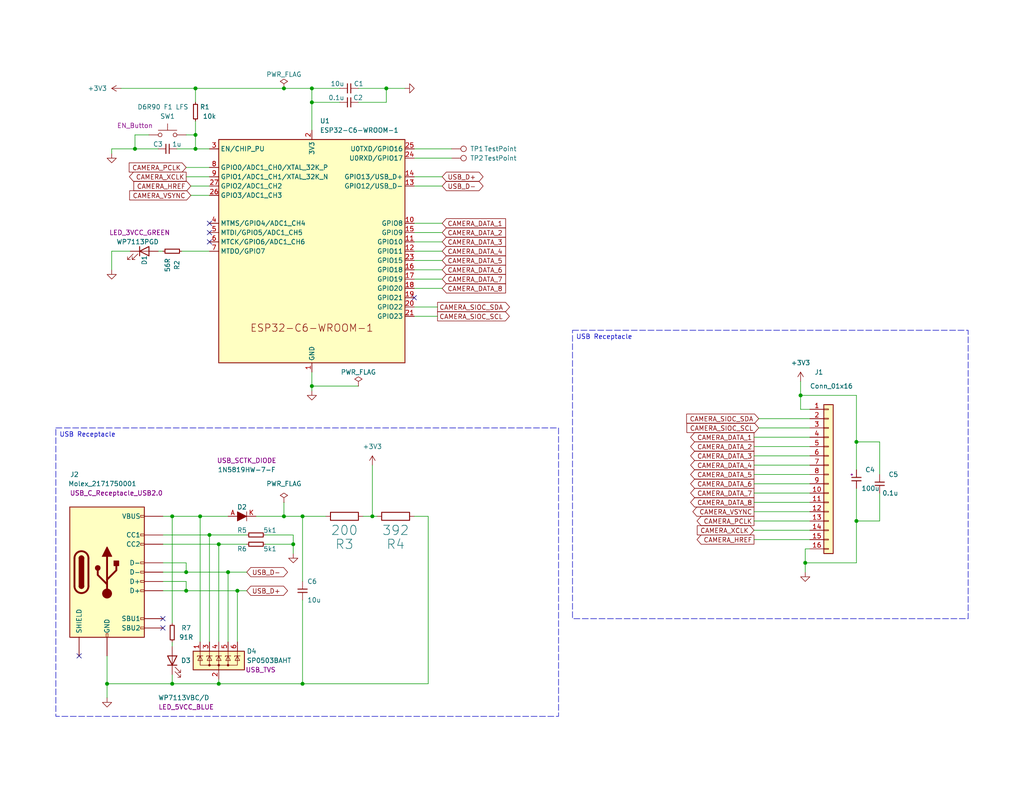
<source format=kicad_sch>
(kicad_sch (version 20230121) (generator eeschema)
  (paper "USLetter")
  (title_block (title "Camera Module PCB") (date "2024-01-30") (rev "2"))
  (lib_symbols
    (symbol "Connector:TestPoint" (pin_numbers hide) (pin_names (offset 0.762) hide)
      (property "Reference" "TP" (at 0 6.858 0))
      (property "Value" "TestPoint" (at 0 5.08 0))
      (symbol "TestPoint_0_1"
        (circle (center 0 3.302) (radius 0.762))
      )
      (symbol "TestPoint_1_1"
        (pin passive line (at 0 0 90) (length 2.54) (name "1") (number "1"))
      )
    )
    (symbol "Connector:USB_C_Receptacle_USB2.0" (pin_numbers hide) (pin_names (offset 1.016))
      (property "Reference" "J" (at -10.16 19.05 0))
      (property "Value" "USB_C_Receptacle_USB2.0" (at 19.05 19.05 0))
      (symbol "USB_C_Receptacle_USB2.0_0_0"
        (rectangle (start -0.254 -17.78) (end 0.254 -16.764))
        (rectangle (start 10.16 -14.986) (end 9.144 -15.494))
        (rectangle (start 10.16 -12.446) (end 9.144 -12.954))
        (rectangle (start 10.16 -4.826) (end 9.144 -5.334))
        (rectangle (start 10.16 -2.286) (end 9.144 -2.794))
        (rectangle (start 10.16 0.254) (end 9.144 -0.254))
        (rectangle (start 10.16 2.794) (end 9.144 2.286))
        (rectangle (start 10.16 7.874) (end 9.144 7.366))
        (rectangle (start 10.16 10.414) (end 9.144 9.906))
        (rectangle (start 10.16 15.494) (end 9.144 14.986))
      )
      (symbol "USB_C_Receptacle_USB2.0_0_1"
        (rectangle (start -10.16 17.78) (end 10.16 -17.78) (stroke (width 0.254)) (fill (type background)))
        (arc (start -8.89 -3.81) (mid -6.985 -5.7067) (end -5.08 -3.81) (stroke (width 0.508)))
        (arc (start -7.62 -3.81) (mid -6.985 -4.4423) (end -6.35 -3.81) (stroke (width 0.254)))
        (arc (start -7.62 -3.81) (mid -6.985 -4.4423) (end -6.35 -3.81) (stroke (width 0.254)) (fill (type outline)))
        (rectangle (start -7.62 -3.81) (end -6.35 3.81) (stroke (width 0.254)) (fill (type outline)))
        (arc (start -6.35 3.81) (mid -6.985 4.4423) (end -7.62 3.81) (stroke (width 0.254)))
        (arc (start -6.35 3.81) (mid -6.985 4.4423) (end -7.62 3.81) (stroke (width 0.254)) (fill (type outline)))
        (arc (start -5.08 3.81) (mid -6.985 5.7067) (end -8.89 3.81) (stroke (width 0.508)))
        (circle (center -2.54 1.143) (radius 0.635) (stroke (width 0.254)) (fill (type outline)))
        (circle (center 0 -5.842) (radius 1.27) (fill (type outline)))
        (polyline (pts (xy -8.89 -3.81) (xy -8.89 3.81)) (stroke (width 0.508)))
        (polyline (pts (xy -5.08 3.81) (xy -5.08 -3.81)) (stroke (width 0.508)))
        (polyline (pts (xy 0 -5.842) (xy 0 4.318)) (stroke (width 0.508)))
        (polyline (pts (xy 0 -3.302) (xy -2.54 -0.762) (xy -2.54 0.508)) (stroke (width 0.508)))
        (polyline (pts (xy 0 -2.032) (xy 2.54 0.508) (xy 2.54 1.778)) (stroke (width 0.508)))
        (polyline (pts (xy -1.27 4.318) (xy 0 6.858) (xy 1.27 4.318) (xy -1.27 4.318)) (stroke (width 0.254)) (fill (type outline)))
        (rectangle (start 1.905 1.778) (end 3.175 3.048) (stroke (width 0.254)) (fill (type outline)))
      )
      (symbol "USB_C_Receptacle_USB2.0_1_1"
        (pin passive line (at 0 -22.86 90) (length 5.08) (name "GND") (number "A1"))
        (pin passive line (at 0 -22.86 90) (length 5.08) hide (name "GND") (number "A12"))
        (pin passive line (at 15.24 15.24 180) (length 5.08) (name "VBUS") (number "A4"))
        (pin bidirectional line (at 15.24 10.16 180) (length 5.08) (name "CC1") (number "A5"))
        (pin bidirectional line (at 15.24 -2.54 180) (length 5.08) (name "D+") (number "A6"))
        (pin bidirectional line (at 15.24 2.54 180) (length 5.08) (name "D-") (number "A7"))
        (pin bidirectional line (at 15.24 -12.7 180) (length 5.08) (name "SBU1") (number "A8"))
        (pin passive line (at 15.24 15.24 180) (length 5.08) hide (name "VBUS") (number "A9"))
        (pin passive line (at 0 -22.86 90) (length 5.08) hide (name "GND") (number "B1"))
        (pin passive line (at 0 -22.86 90) (length 5.08) hide (name "GND") (number "B12"))
        (pin passive line (at 15.24 15.24 180) (length 5.08) hide (name "VBUS") (number "B4"))
        (pin bidirectional line (at 15.24 7.62 180) (length 5.08) (name "CC2") (number "B5"))
        (pin bidirectional line (at 15.24 -5.08 180) (length 5.08) (name "D+") (number "B6"))
        (pin bidirectional line (at 15.24 0 180) (length 5.08) (name "D-") (number "B7"))
        (pin bidirectional line (at 15.24 -15.24 180) (length 5.08) (name "SBU2") (number "B8"))
        (pin passive line (at 15.24 15.24 180) (length 5.08) hide (name "VBUS") (number "B9"))
        (pin passive line (at -7.62 -22.86 90) (length 5.08) (name "SHIELD") (number "S1"))
      )
    )
    (symbol "Connector_Generic:Conn_01x16" (pin_names (offset 1.016) hide)
      (property "Reference" "J" (at 0 20.32 0))
      (property "Value" "Conn_01x16" (at 0 -22.86 0))
      (symbol "Conn_01x16_1_1"
        (rectangle (start -1.27 -20.193) (end 0 -20.447) (stroke (width 0.1524)))
        (rectangle (start -1.27 -17.653) (end 0 -17.907) (stroke (width 0.1524)))
        (rectangle (start -1.27 -15.113) (end 0 -15.367) (stroke (width 0.1524)))
        (rectangle (start -1.27 -12.573) (end 0 -12.827) (stroke (width 0.1524)))
        (rectangle (start -1.27 -10.033) (end 0 -10.287) (stroke (width 0.1524)))
        (rectangle (start -1.27 -7.493) (end 0 -7.747) (stroke (width 0.1524)))
        (rectangle (start -1.27 -4.953) (end 0 -5.207) (stroke (width 0.1524)))
        (rectangle (start -1.27 -2.413) (end 0 -2.667) (stroke (width 0.1524)))
        (rectangle (start -1.27 0.127) (end 0 -0.127) (stroke (width 0.1524)))
        (rectangle (start -1.27 2.667) (end 0 2.413) (stroke (width 0.1524)))
        (rectangle (start -1.27 5.207) (end 0 4.953) (stroke (width 0.1524)))
        (rectangle (start -1.27 7.747) (end 0 7.493) (stroke (width 0.1524)))
        (rectangle (start -1.27 10.287) (end 0 10.033) (stroke (width 0.1524)))
        (rectangle (start -1.27 12.827) (end 0 12.573) (stroke (width 0.1524)))
        (rectangle (start -1.27 15.367) (end 0 15.113) (stroke (width 0.1524)))
        (rectangle (start -1.27 17.907) (end 0 17.653) (stroke (width 0.1524)))
        (rectangle (start -1.27 19.05) (end 1.27 -21.59) (stroke (width 0.254)) (fill (type background)))
        (pin passive line (at -5.08 17.78 0) (length 3.81) (name "Pin_1") (number "1"))
        (pin passive line (at -5.08 -5.08 0) (length 3.81) (name "Pin_10") (number "10"))
        (pin passive line (at -5.08 -7.62 0) (length 3.81) (name "Pin_11") (number "11"))
        (pin passive line (at -5.08 -10.16 0) (length 3.81) (name "Pin_12") (number "12"))
        (pin passive line (at -5.08 -12.7 0) (length 3.81) (name "Pin_13") (number "13"))
        (pin passive line (at -5.08 -15.24 0) (length 3.81) (name "Pin_14") (number "14"))
        (pin passive line (at -5.08 -17.78 0) (length 3.81) (name "Pin_15") (number "15"))
        (pin passive line (at -5.08 -20.32 0) (length 3.81) (name "Pin_16") (number "16"))
        (pin passive line (at -5.08 15.24 0) (length 3.81) (name "Pin_2") (number "2"))
        (pin passive line (at -5.08 12.7 0) (length 3.81) (name "Pin_3") (number "3"))
        (pin passive line (at -5.08 10.16 0) (length 3.81) (name "Pin_4") (number "4"))
        (pin passive line (at -5.08 7.62 0) (length 3.81) (name "Pin_5") (number "5"))
        (pin passive line (at -5.08 5.08 0) (length 3.81) (name "Pin_6") (number "6"))
        (pin passive line (at -5.08 2.54 0) (length 3.81) (name "Pin_7") (number "7"))
        (pin passive line (at -5.08 0 0) (length 3.81) (name "Pin_8") (number "8"))
        (pin passive line (at -5.08 -2.54 0) (length 3.81) (name "Pin_9") (number "9"))
      )
    )
    (symbol "Device:LED" (pin_numbers hide) (pin_names (offset 1.016) hide)
      (property "Reference" "D" (at 0 2.54 0))
      (property "Value" "LED" (at 0 -2.54 0))
      (symbol "LED_0_1"
        (polyline (pts (xy -1.27 -1.27) (xy -1.27 1.27)) (stroke (width 0.254)))
        (polyline (pts (xy -1.27 0) (xy 1.27 0)))
        (polyline (pts (xy 1.27 -1.27) (xy 1.27 1.27) (xy -1.27 0) (xy 1.27 -1.27)) (stroke (width 0.254)))
        (polyline (pts (xy -3.048 -0.762) (xy -4.572 -2.286) (xy -3.81 -2.286) (xy -4.572 -2.286) (xy -4.572 -1.524)))
        (polyline (pts (xy -1.778 -0.762) (xy -3.302 -2.286) (xy -2.54 -2.286) (xy -3.302 -2.286) (xy -3.302 -1.524)))
      )
      (symbol "LED_1_1"
        (pin passive line (at -3.81 0 0) (length 2.54) (name "K") (number "1"))
        (pin passive line (at 3.81 0 180) (length 2.54) (name "A") (number "2"))
      )
    )
    (symbol "GND_7" (power) (pin_numbers hide) (pin_names (offset 0) hide)
      (property "Value" "GND_7" (at 0 -3.81 0))
      (symbol "GND_7_0_1"
        (polyline (pts (xy 0 0) (xy 0 -1.27) (xy 1.27 -1.27) (xy 0 -2.54) (xy -1.27 -1.27) (xy 0 -1.27)))
      )
      (symbol "GND_7_1_1"
        (pin power_in line (at 0 0 270) (length 0) hide (name "GND") (number "1"))
      )
    )
    (symbol "PCM_Espressif:ESP32-C6-WROOM-1"
      (property "Reference" "U" (at -25.4 35.56 0))
      (property "Value" "ESP32-C6-WROOM-1" (at -25.4 33.02 0))
      (symbol "ESP32-C6-WROOM-1_0_0"
        (text "ESP32-C6-WROOM-1" (at 0 -20.955 0) (effects (font (size 2 2))))
      )
      (symbol "ESP32-C6-WROOM-1_0_1"
        (rectangle (start -25.4 30.48) (end 25.4 -30.48) (stroke (width 0.254)) (fill (type background)))
      )
      (symbol "ESP32-C6-WROOM-1_1_1"
        (pin power_in line (at 0 -33.02 90) (length 2.54) (name "GND") (number "1"))
        (pin bidirectional line (at 27.94 7.62 180) (length 2.54) (name "GPIO8") (number "10"))
        (pin bidirectional line (at 27.94 2.54 180) (length 2.54) (name "GPIO10") (number "11"))
        (pin bidirectional line (at 27.94 0 180) (length 2.54) (name "GPIO11") (number "12"))
        (pin bidirectional line (at 27.94 17.78 180) (length 2.54) (name "GPIO12/USB_D-") (number "13"))
        (pin bidirectional line (at 27.94 20.32 180) (length 2.54) (name "GPIO13/USB_D+") (number "14"))
        (pin bidirectional line (at 27.94 5.08 180) (length 2.54) (name "GPIO9") (number "15"))
        (pin bidirectional line (at 27.94 -5.08 180) (length 2.54) (name "GPIO18") (number "16"))
        (pin bidirectional line (at 27.94 -7.62 180) (length 2.54) (name "GPIO19") (number "17"))
        (pin bidirectional line (at 27.94 -10.16 180) (length 2.54) (name "GPIO20") (number "18"))
        (pin bidirectional line (at 27.94 -12.7 180) (length 2.54) (name "GPIO21") (number "19"))
        (pin power_in line (at 0 33.02 270) (length 2.54) (name "3V3") (number "2"))
        (pin bidirectional line (at 27.94 -15.24 180) (length 2.54) (name "GPIO22") (number "20"))
        (pin bidirectional line (at 27.94 -17.78 180) (length 2.54) (name "GPIO23") (number "21"))
        (pin no_connect line (at -25.4 -12.7 0) (length 2.54) hide (name "NC") (number "22"))
        (pin bidirectional line (at 27.94 -2.54 180) (length 2.54) (name "GPIO15") (number "23"))
        (pin bidirectional line (at 27.94 25.4 180) (length 2.54) (name "U0RXD/GPIO17") (number "24"))
        (pin bidirectional line (at 27.94 27.94 180) (length 2.54) (name "U0TXD/GPIO16") (number "25"))
        (pin bidirectional line (at -27.94 15.24 0) (length 2.54) (name "GPIO3/ADC1_CH3") (number "26"))
        (pin bidirectional line (at -27.94 17.78 0) (length 2.54) (name "GPIO2/ADC1_CH2") (number "27"))
        (pin passive line (at 0 -33.02 90) (length 2.54) hide (name "GND") (number "28"))
        (pin passive line (at 0 -33.02 90) (length 2.54) hide (name "GND") (number "29"))
        (pin input line (at -27.94 27.94 0) (length 2.54) (name "EN/CHIP_PU") (number "3"))
        (pin bidirectional line (at -27.94 7.62 0) (length 2.54) (name "MTMS/GPIO4/ADC1_CH4") (number "4"))
        (pin bidirectional line (at -27.94 5.08 0) (length 2.54) (name "MTDI/GPIO5/ADC1_CH5") (number "5"))
        (pin bidirectional line (at -27.94 2.54 0) (length 2.54) (name "MTCK/GPIO6/ADC1_CH6") (number "6"))
        (pin bidirectional line (at -27.94 0 0) (length 2.54) (name "MTDO/GPIO7") (number "7"))
        (pin bidirectional line (at -27.94 22.86 0) (length 2.54) (name "GPIO0/ADC1_CH0/XTAL_32K_P") (number "8"))
        (pin bidirectional line (at -27.94 20.32 0) (length 2.54) (name "GPIO1/ADC1_CH1/XTAL_32K_N") (number "9"))
      )
    )
    (symbol "PCM_Generic-50:C,IEC" (pin_numbers hide) (pin_names (offset 0) hide)
      (property "Reference" "C" (at 1.27 1.27 0))
      (property "Value" "C,IEC" (at 1.27 -1.27 0))
      (property "Indicator" "+" (at -1.27 1.27 0))
      (symbol "C,IEC_1_1"
        (polyline (pts (xy -1.27 -0.4572) (xy 1.27 -0.4572)) (stroke (width 0.254)))
        (polyline (pts (xy -1.27 0.4572) (xy 1.27 0.4572)) (stroke (width 0.254)))
        (pin passive line (at 0 2.54 270) (length 2.0828) (name "+") (number "1"))
        (pin passive line (at 0 -2.54 90) (length 2.0828) (name "-") (number "2"))
      )
    )
    (symbol "PCM_Generic-50:R,IEC" (pin_numbers hide) (pin_names (offset 0) hide)
      (property "Reference" "R" (at 1.27 1.27 0))
      (property "Value" "R,IEC" (at 1.27 -1.27 0))
      (symbol "R,IEC_1_1"
        (rectangle (start -0.5588 1.9812) (end 0.5588 -1.9812) (stroke (width 0.254)))
        (pin passive line (at 0 2.54 270) (length 0.5588) (name "+") (number "1"))
        (pin passive line (at 0 -2.54 90) (length 0.5588) (name "-") (number "2"))
      )
    )
    (symbol "PCM_Generic:R,IEC" (pin_numbers hide) (pin_names (offset 0) hide)
      (property "Reference" "R" (at 2.54 2.54 0))
      (property "Value" "R,IEC" (at 2.54 -2.54 0))
      (symbol "R,IEC_1_1"
        (rectangle (start -1.0922 3.81) (end 1.0922 -3.81) (stroke (width 0.254)))
        (pin passive line (at 0 5.08 270) (length 1.27) (name "+") (number "1"))
        (pin passive line (at 0 -5.08 90) (length 1.27) (name "-") (number "2"))
      )
    )
    (symbol "Power_Protection:SP0505BAHT" (pin_names hide)
      (property "Reference" "D" (at 7.62 2.54 0))
      (property "Value" "SP0505BAHT" (at 7.62 0.635 0))
      (symbol "SP0505BAHT_0_0"
        (pin passive line (at 0 -5.08 90) (length 2.54) (name "A") (number "2"))
      )
      (symbol "SP0505BAHT_0_1"
        (rectangle (start -6.985 2.54) (end 6.985 -2.54) (stroke (width 0.254)) (fill (type background)))
        (circle (center -2.54 -1.27) (radius 0.254) (fill (type outline)))
        (circle (center 0 -1.27) (radius 0.254) (fill (type outline)))
        (polyline (pts (xy -5.08 2.54) (xy -5.08 1.27)))
        (polyline (pts (xy -2.54 2.54) (xy -2.54 1.27)))
        (polyline (pts (xy 0 -1.27) (xy 0 -2.54)))
        (polyline (pts (xy 0 -1.27) (xy 0 1.27)))
        (polyline (pts (xy 0 2.54) (xy 0 1.27)))
        (polyline (pts (xy 0.635 1.27) (xy 0.762 1.27)))
        (polyline (pts (xy 2.54 2.54) (xy 2.54 1.27)))
        (polyline (pts (xy 5.08 2.54) (xy 5.08 1.27)))
        (polyline (pts (xy -5.08 1.27) (xy -5.08 -1.27) (xy -2.54 -1.27)))
        (polyline (pts (xy 0.635 1.27) (xy -0.762 1.27) (xy -0.762 1.016)))
        (polyline (pts (xy 5.08 1.27) (xy 5.08 -1.27) (xy 2.54 -1.27)))
        (polyline (pts (xy -5.842 1.016) (xy -5.842 1.27) (xy -4.445 1.27) (xy -4.318 1.27)))
        (polyline (pts (xy -5.08 1.27) (xy -4.445 0) (xy -5.715 0) (xy -5.08 1.27)))
        (polyline (pts (xy -3.302 1.016) (xy -3.302 1.27) (xy -1.905 1.27) (xy -1.778 1.27)))
        (polyline (pts (xy -2.54 1.27) (xy -2.54 -1.27) (xy 2.54 -1.27) (xy 2.54 1.27)))
        (polyline (pts (xy -2.54 1.27) (xy -1.905 0) (xy -3.175 0) (xy -2.54 1.27)))
        (polyline (pts (xy 0.635 0) (xy -0.635 0) (xy 0 1.27) (xy 0.635 0)))
        (polyline (pts (xy 1.778 1.016) (xy 1.778 1.27) (xy 3.175 1.27) (xy 3.302 1.27)))
        (polyline (pts (xy 2.54 1.27) (xy 1.905 0) (xy 3.175 0) (xy 2.54 1.27)))
        (polyline (pts (xy 4.318 1.016) (xy 4.318 1.27) (xy 5.715 1.27) (xy 5.842 1.27)))
        (polyline (pts (xy 5.08 1.27) (xy 4.445 0) (xy 5.715 0) (xy 5.08 1.27)))
        (circle (center 2.54 -1.27) (radius 0.254) (fill (type outline)))
      )
      (symbol "SP0505BAHT_1_1"
        (pin passive line (at -5.08 5.08 270) (length 2.54) (name "K") (number "1"))
        (pin passive line (at -2.54 5.08 270) (length 2.54) (name "K") (number "3"))
        (pin passive line (at 0 5.08 270) (length 2.54) (name "K") (number "4"))
        (pin passive line (at 2.54 5.08 270) (length 2.54) (name "K") (number "5"))
        (pin passive line (at 5.08 5.08 270) (length 2.54) (name "K") (number "6"))
      )
    )
    (symbol "Switch:SW_Push" (pin_numbers hide) (pin_names (offset 1.016) hide)
      (property "Reference" "SW" (at 1.27 2.54 0))
      (property "Value" "SW_Push" (at 0 -1.524 0))
      (symbol "SW_Push_0_1"
        (circle (center -2.032 0) (radius 0.508))
        (polyline (pts (xy 0 1.27) (xy 0 3.048)))
        (polyline (pts (xy 2.54 1.27) (xy -2.54 1.27)))
        (circle (center 2.032 0) (radius 0.508))
        (pin passive line (at -5.08 0 0) (length 2.54) (name "1") (number "1"))
        (pin passive line (at 5.08 0 180) (length 2.54) (name "2") (number "2"))
      )
    )
    (symbol "dk_Diodes-Rectifiers-Single:1N5819HW-7-F" (pin_names (offset 1.016))
      (property "Reference" "D" (at 0 3.81 0))
      (property "Value" "1N5819HW-7-F" (at 1.27 -2.54 0))
      (symbol "1N5819HW-7-F_0_1"
        (polyline (pts (xy 0 0) (xy 2.54 0)))
        (polyline (pts (xy 0 1.27) (xy 0 -1.27)))
        (polyline (pts (xy 2.54 1.27) (xy 2.54 -1.27) (xy 0 0) (xy 2.54 1.27)) (fill (type outline)))
      )
      (symbol "1N5819HW-7-F_1_1"
        (pin passive line (at 5.08 0 180) (length 2.54) (name "~") (number "A"))
        (pin passive line (at -2.54 0 0) (length 2.54) (name "~") (number "K"))
      )
    )
    (symbol "power:+3V3" (power) (pin_numbers hide) (pin_names (offset 0) hide)
      (property "Value" "+3V3" (at 0 3.556 0))
      (symbol "+3V3_0_1"
        (polyline (pts (xy -0.762 1.27) (xy 0 2.54)))
        (polyline (pts (xy 0 0) (xy 0 2.54)))
        (polyline (pts (xy 0 2.54) (xy 0.762 1.27)))
      )
      (symbol "+3V3_1_1"
        (pin power_in line (at 0 0 90) (length 0) hide (name "+3V3") (number "1"))
      )
    )
    (symbol "power:PWR_FLAG" (power) (pin_numbers hide) (pin_names (offset 0) hide)
      (property "Value" "PWR_FLAG" (at 0 3.81 0))
      (symbol "PWR_FLAG_0_0"
        (pin power_out line (at 0 0 90) (length 0) (name "pwr") (number "1"))
      )
      (symbol "PWR_FLAG_0_1"
        (polyline (pts (xy 0 0) (xy 0 1.27) (xy -1.016 1.905) (xy 0 2.54) (xy 1.016 1.905) (xy 0 1.27)))
      )
    )
  )
  (junction (at 77.47 24.13))
  (junction (at 85.09 27.94))
  (junction (at 85.09 105.41))
  (junction (at 50.8 161.29))
  (junction (at 54.61 140.97))
  (junction (at 80.01 148.59))
  (junction (at 46.99 186.69))
  (junction (at 29.21 186.69))
  (junction (at 36.83 40.64))
  (junction (at 64.77 161.29))
  (junction (at 233.68 142.24))
  (junction (at 218.44 107.95))
  (junction (at 50.8 156.21))
  (junction (at 57.15 146.05))
  (junction (at 105.41 24.13))
  (junction (at 53.34 24.13))
  (junction (at 53.34 36.83))
  (junction (at 46.99 140.97))
  (junction (at 59.69 186.69))
  (junction (at 77.47 140.97))
  (junction (at 59.69 148.59))
  (junction (at 62.23 156.21))
  (junction (at 233.68 120.65))
  (junction (at 82.55 186.69))
  (junction (at 219.71 153.67))
  (junction (at 101.6 140.97))
  (junction (at 53.34 40.64))
  (junction (at 85.09 24.13))
  (junction (at 82.55 140.97))
  (no_connect (at 21.59 179.07))
  (no_connect (at 57.15 63.5))
  (no_connect (at 44.45 171.45))
  (no_connect (at 113.03 81.28))
  (no_connect (at 44.45 168.91))
  (no_connect (at 57.15 66.04))
  (no_connect (at 57.15 60.96))
  (wire (pts (xy 233.68 153.67) (xy 233.68 142.24)))
  (wire (pts (xy 99.06 140.97) (xy 101.6 140.97)))
  (wire (pts (xy 101.6 140.97) (xy 102.87 140.97)))
  (wire (pts (xy 105.41 24.13) (xy 97.79 24.13)))
  (wire (pts (xy 113.03 48.26) (xy 120.65 48.26)))
  (wire (pts (xy 30.48 68.58) (xy 30.48 73.66)))
  (wire (pts (xy 233.68 120.65) (xy 233.68 107.95)))
  (wire (pts (xy 240.03 142.24) (xy 233.68 142.24)))
  (wire (pts (xy 44.45 158.75) (xy 50.8 158.75)))
  (wire (pts (xy 113.03 76.2) (xy 120.65 76.2)))
  (wire (pts (xy 233.68 142.24) (xy 233.68 133.35)))
  (wire (pts (xy 233.68 107.95) (xy 218.44 107.95)))
  (wire (pts (xy 30.48 40.64) (xy 30.48 41.91)))
  (wire (pts (xy 77.47 140.97) (xy 82.55 140.97)))
  (wire (pts (xy 33.02 24.13) (xy 53.34 24.13)))
  (wire (pts (xy 57.15 146.05) (xy 67.31 146.05)))
  (wire (pts (xy 29.21 186.69) (xy 29.21 190.5)))
  (wire (pts (xy 240.03 134.62) (xy 240.03 142.24)))
  (wire (pts (xy 219.71 149.86) (xy 220.98 149.86)))
  (wire (pts (xy 92.71 24.13) (xy 85.09 24.13)))
  (wire (pts (xy 240.03 120.65) (xy 240.03 129.54)))
  (wire (pts (xy 116.84 140.97) (xy 113.03 140.97)))
  (wire (pts (xy 44.45 156.21) (xy 50.8 156.21)))
  (wire (pts (xy 205.74 137.16) (xy 220.98 137.16)))
  (wire (pts (xy 59.69 186.69) (xy 82.55 186.69)))
  (wire (pts (xy 113.03 43.18) (xy 123.19 43.18)))
  (wire (pts (xy 72.39 146.05) (xy 80.01 146.05)))
  (wire (pts (xy 69.85 140.97) (xy 77.47 140.97)))
  (wire (pts (xy 219.71 153.67) (xy 233.68 153.67)))
  (wire (pts (xy 46.99 140.97) (xy 46.99 170.18)))
  (wire (pts (xy 219.71 153.67) (xy 219.71 156.21)))
  (wire (pts (xy 205.74 134.62) (xy 220.98 134.62)))
  (wire (pts (xy 85.09 105.41) (xy 85.09 106.68)))
  (wire (pts (xy 53.34 40.64) (xy 57.15 40.64)))
  (wire (pts (xy 85.09 105.41) (xy 97.79 105.41)))
  (wire (pts (xy 35.56 68.58) (xy 30.48 68.58)))
  (wire (pts (xy 53.34 36.83) (xy 53.34 40.64)))
  (wire (pts (xy 44.45 148.59) (xy 59.69 148.59)))
  (wire (pts (xy 113.03 40.64) (xy 123.19 40.64)))
  (wire (pts (xy 205.74 129.54) (xy 220.98 129.54)))
  (wire (pts (xy 205.74 144.78) (xy 220.98 144.78)))
  (wire (pts (xy 85.09 24.13) (xy 85.09 27.94)))
  (wire (pts (xy 62.23 156.21) (xy 62.23 175.26)))
  (wire (pts (xy 205.74 127) (xy 220.98 127)))
  (wire (pts (xy 46.99 175.26) (xy 46.99 176.53)))
  (wire (pts (xy 105.41 27.94) (xy 105.41 24.13)))
  (wire (pts (xy 205.74 147.32) (xy 220.98 147.32)))
  (wire (pts (xy 113.03 78.74) (xy 120.65 78.74)))
  (wire (pts (xy 48.26 40.64) (xy 53.34 40.64)))
  (wire (pts (xy 110.49 24.13) (xy 105.41 24.13)))
  (wire (pts (xy 54.61 140.97) (xy 54.61 175.26)))
  (wire (pts (xy 50.8 156.21) (xy 62.23 156.21)))
  (wire (pts (xy 44.45 153.67) (xy 50.8 153.67)))
  (wire (pts (xy 50.8 36.83) (xy 53.34 36.83)))
  (wire (pts (xy 205.74 119.38) (xy 220.98 119.38)))
  (wire (pts (xy 80.01 146.05) (xy 80.01 148.59)))
  (wire (pts (xy 44.45 161.29) (xy 50.8 161.29)))
  (wire (pts (xy 85.09 27.94) (xy 85.09 35.56)))
  (wire (pts (xy 53.34 24.13) (xy 77.47 24.13)))
  (wire (pts (xy 205.74 121.92) (xy 220.98 121.92)))
  (wire (pts (xy 59.69 148.59) (xy 59.69 175.26)))
  (wire (pts (xy 82.55 140.97) (xy 88.9 140.97)))
  (wire (pts (xy 113.03 68.58) (xy 120.65 68.58)))
  (wire (pts (xy 207.01 116.84) (xy 220.98 116.84)))
  (wire (pts (xy 49.53 68.58) (xy 57.15 68.58)))
  (wire (pts (xy 53.34 33.02) (xy 53.34 36.83)))
  (wire (pts (xy 50.8 45.72) (xy 57.15 45.72)))
  (wire (pts (xy 97.79 27.94) (xy 105.41 27.94)))
  (wire (pts (xy 207.01 114.3) (xy 220.98 114.3)))
  (wire (pts (xy 233.68 120.65) (xy 240.03 120.65)))
  (wire (pts (xy 40.64 36.83) (xy 36.83 36.83)))
  (wire (pts (xy 80.01 148.59) (xy 72.39 148.59)))
  (wire (pts (xy 44.45 146.05) (xy 57.15 146.05)))
  (wire (pts (xy 46.99 186.69) (xy 59.69 186.69)))
  (wire (pts (xy 205.74 142.24) (xy 220.98 142.24)))
  (wire (pts (xy 50.8 161.29) (xy 64.77 161.29)))
  (wire (pts (xy 101.6 127) (xy 101.6 140.97)))
  (wire (pts (xy 46.99 140.97) (xy 54.61 140.97)))
  (wire (pts (xy 43.18 40.64) (xy 36.83 40.64)))
  (wire (pts (xy 113.03 66.04) (xy 120.65 66.04)))
  (wire (pts (xy 80.01 148.59) (xy 80.01 151.13)))
  (wire (pts (xy 64.77 161.29) (xy 67.31 161.29)))
  (wire (pts (xy 77.47 137.16) (xy 77.47 140.97)))
  (wire (pts (xy 113.03 60.96) (xy 120.65 60.96)))
  (wire (pts (xy 205.74 139.7) (xy 220.98 139.7)))
  (wire (pts (xy 59.69 148.59) (xy 67.31 148.59)))
  (wire (pts (xy 113.03 86.36) (xy 119.38 86.36)))
  (wire (pts (xy 29.21 186.69) (xy 46.99 186.69)))
  (wire (pts (xy 113.03 63.5) (xy 120.65 63.5)))
  (wire (pts (xy 50.8 48.26) (xy 57.15 48.26)))
  (wire (pts (xy 113.03 83.82) (xy 119.38 83.82)))
  (wire (pts (xy 116.84 186.69) (xy 82.55 186.69)))
  (wire (pts (xy 218.44 111.76) (xy 220.98 111.76)))
  (wire (pts (xy 85.09 101.6) (xy 85.09 105.41)))
  (wire (pts (xy 64.77 161.29) (xy 64.77 175.26)))
  (wire (pts (xy 82.55 163.83) (xy 82.55 186.69)))
  (wire (pts (xy 57.15 146.05) (xy 57.15 175.26)))
  (wire (pts (xy 92.71 27.94) (xy 85.09 27.94)))
  (wire (pts (xy 50.8 158.75) (xy 50.8 161.29)))
  (wire (pts (xy 77.47 24.13) (xy 85.09 24.13)))
  (wire (pts (xy 52.07 50.8) (xy 57.15 50.8)))
  (wire (pts (xy 46.99 184.15) (xy 46.99 186.69)))
  (wire (pts (xy 218.44 107.95) (xy 218.44 111.76)))
  (wire (pts (xy 62.23 156.21) (xy 67.31 156.21)))
  (wire (pts (xy 205.74 132.08) (xy 220.98 132.08)))
  (wire (pts (xy 233.68 128.27) (xy 233.68 120.65)))
  (wire (pts (xy 43.18 68.58) (xy 44.45 68.58)))
  (wire (pts (xy 54.61 140.97) (xy 62.23 140.97)))
  (wire (pts (xy 113.03 73.66) (xy 120.65 73.66)))
  (wire (pts (xy 50.8 153.67) (xy 50.8 156.21)))
  (wire (pts (xy 116.84 140.97) (xy 116.84 186.69)))
  (wire (pts (xy 53.34 27.94) (xy 53.34 24.13)))
  (wire (pts (xy 44.45 140.97) (xy 46.99 140.97)))
  (wire (pts (xy 82.55 140.97) (xy 82.55 158.75)))
  (wire (pts (xy 219.71 149.86) (xy 219.71 153.67)))
  (wire (pts (xy 36.83 40.64) (xy 30.48 40.64)))
  (wire (pts (xy 113.03 71.12) (xy 120.65 71.12)))
  (wire (pts (xy 36.83 36.83) (xy 36.83 40.64)))
  (wire (pts (xy 52.07 53.34) (xy 57.15 53.34)))
  (wire (pts (xy 218.44 104.14) (xy 218.44 107.95)))
  (wire (pts (xy 113.03 50.8) (xy 120.65 50.8)))
  (wire (pts (xy 205.74 124.46) (xy 220.98 124.46)))
  (wire (pts (xy 29.21 186.69) (xy 29.21 179.07)))
  (wire (pts (xy 59.69 185.42) (xy 59.69 186.69)))
  (text_box "USB Receptacle" (at 156.21 90.17 0) (size 107.95 78.74) (stroke (width 0) (type dash)) (effects (font (size 1.27 1.27)) (justify left top)))
  (text_box "USB Receptacle" (at 15.24 116.84 0) (size 137.16 78.74) (stroke (width 0) (type dash)) (effects (font (size 1.27 1.27)) (justify left top)))
  (global_label "USB_D-" (shape bidirectional) (at 67.31 156.21 0) (property "Intersheetrefs" "${INTERSHEET_REFS}" (effects hide)))
  (global_label "CAMERA_DATA_7" (shape output) (at 205.74 134.62 180) (property "Intersheetrefs" "${INTERSHEET_REFS}" (effects hide)))
  (global_label "CAMERA_HREF" (shape input) (at 52.07 50.8 180) (property "Intersheetrefs" "${INTERSHEET_REFS}" (effects hide)))
  (global_label "CAMERA_SIOC_SCL" (shape input) (at 207.01 116.84 180) (property "Intersheetrefs" "${INTERSHEET_REFS}" (effects hide)))
  (global_label "CAMERA_DATA_3" (shape output) (at 205.74 124.46 180) (property "Intersheetrefs" "${INTERSHEET_REFS}" (effects hide)))
  (global_label "CAMERA_DATA_8" (shape output) (at 205.74 137.16 180) (property "Intersheetrefs" "${INTERSHEET_REFS}" (effects hide)))
  (global_label "CAMERA_DATA_1" (shape input) (at 120.65 60.96 0) (property "Intersheetrefs" "${INTERSHEET_REFS}" (effects hide)))
  (global_label "CAMERA_DATA_3" (shape input) (at 120.65 66.04 0) (property "Intersheetrefs" "${INTERSHEET_REFS}" (effects hide)))
  (global_label "CAMERA_DATA_7" (shape input) (at 120.65 76.2 0) (property "Intersheetrefs" "${INTERSHEET_REFS}" (effects hide)))
  (global_label "CAMERA_DATA_1" (shape output) (at 205.74 119.38 180) (property "Intersheetrefs" "${INTERSHEET_REFS}" (effects hide)))
  (global_label "CAMERA_XCLK" (shape input) (at 205.74 144.78 180) (property "Intersheetrefs" "${INTERSHEET_REFS}" (effects hide)))
  (global_label "CAMERA_DATA_5" (shape output) (at 205.74 129.54 180) (property "Intersheetrefs" "${INTERSHEET_REFS}" (effects hide)))
  (global_label "CAMERA_DATA_6" (shape input) (at 120.65 73.66 0) (property "Intersheetrefs" "${INTERSHEET_REFS}" (effects hide)))
  (global_label "CAMERA_DATA_4" (shape output) (at 205.74 127 180) (property "Intersheetrefs" "${INTERSHEET_REFS}" (effects hide)))
  (global_label "CAMERA_PCLK" (shape input) (at 50.8 45.72 180) (property "Intersheetrefs" "${INTERSHEET_REFS}" (effects hide)))
  (global_label "CAMERA_DATA_2" (shape output) (at 205.74 121.92 180) (property "Intersheetrefs" "${INTERSHEET_REFS}" (effects hide)))
  (global_label "CAMERA_DATA_6" (shape output) (at 205.74 132.08 180) (property "Intersheetrefs" "${INTERSHEET_REFS}" (effects hide)))
  (global_label "CAMERA_DATA_2" (shape input) (at 120.65 63.5 0) (property "Intersheetrefs" "${INTERSHEET_REFS}" (effects hide)))
  (global_label "CAMERA_HREF" (shape output) (at 205.74 147.32 180) (property "Intersheetrefs" "${INTERSHEET_REFS}" (effects hide)))
  (global_label "CAMERA_VSYNC" (shape input) (at 52.07 53.34 180) (property "Intersheetrefs" "${INTERSHEET_REFS}" (effects hide)))
  (global_label "USB_D-" (shape bidirectional) (at 120.65 50.8 0) (property "Intersheetrefs" "${INTERSHEET_REFS}" (effects hide)))
  (global_label "CAMERA_DATA_4" (shape input) (at 120.65 68.58 0) (property "Intersheetrefs" "${INTERSHEET_REFS}" (effects hide)))
  (global_label "CAMERA_SIOC_SDA" (shape output) (at 119.38 83.82 0) (property "Intersheetrefs" "${INTERSHEET_REFS}" (effects hide)))
  (global_label "CAMERA_XCLK" (shape output) (at 50.8 48.26 180) (property "Intersheetrefs" "${INTERSHEET_REFS}" (effects hide)))
  (global_label "CAMERA_DATA_8" (shape input) (at 120.65 78.74 0) (property "Intersheetrefs" "${INTERSHEET_REFS}" (effects hide)))
  (global_label "CAMERA_DATA_5" (shape input) (at 120.65 71.12 0) (property "Intersheetrefs" "${INTERSHEET_REFS}" (effects hide)))
  (global_label "USB_D+" (shape bidirectional) (at 67.31 161.29 0) (property "Intersheetrefs" "${INTERSHEET_REFS}" (effects hide)))
  (global_label "CAMERA_PCLK" (shape output) (at 205.74 142.24 180) (property "Intersheetrefs" "${INTERSHEET_REFS}" (effects hide)))
  (global_label "CAMERA_SIOC_SDA" (shape input) (at 207.01 114.3 180) (property "Intersheetrefs" "${INTERSHEET_REFS}" (effects hide)))
  (global_label "USB_D+" (shape bidirectional) (at 120.65 48.26 0) (property "Intersheetrefs" "${INTERSHEET_REFS}" (effects hide)))
  (global_label "CAMERA_SIOC_SCL" (shape output) (at 119.38 86.36 0) (property "Intersheetrefs" "${INTERSHEET_REFS}" (effects hide)))
  (global_label "CAMERA_VSYNC" (shape output) (at 205.74 139.7 180) (property "Intersheetrefs" "${INTERSHEET_REFS}" (effects hide)))
  (symbol (lib_id "PCM_Generic:R,IEC") (at 93.98 140.97 90) (unit 1)
    (property "Reference" "R3" (at 93.98 148.59 90) (effects (font (size 2.54 2.54))))
    (property "Value" "200" (at 93.98 144.78 90) (effects (font (size 2.54 2.54))))
    (property "Footprint" "Resistor_THT:R_Axial_DIN0207_L6.3mm_D2.5mm_P7.62mm_Horizontal" (effects hide))
    (property "Indicator" "+" (effects hide))
  )
  (symbol (lib_name "GND_7") (lib_id "power:GND") (at 219.71 156.21 0) (unit 1)
    (property "Reference" "#PWR09" (effects hide))
    (property "Value" "GND" (effects hide))
  )
  (symbol (lib_id "power:+3V3") (at 218.44 104.14 0) (unit 1)
    (property "Reference" "#PWR05" (effects hide))
    (property "Value" "+3V3" (at 218.44 99.06 0))
  )
  (symbol (lib_id "Connector:USB_C_Receptacle_USB2.0") (at 29.21 156.21 0) (unit 1)
    (property "Reference" "J2" (at 20.32 129.54 0))
    (property "Value" "Molex_2171750001" (at 27.94 132.08 0))
    (property "Footprint" "Connector_USB:USB_C_Receptacle_GCT_USB4105-xx-A_16P_TopMnt_Horizontal" (effects hide))
    (property "Datasheet" "https://www.usb.org/sites/default/files/documents/usb_type-c.zip" (effects hide))
    (property "Human Read Label" "USB_C_Receptacle_USB2.0" (at 31.75 134.62 0))
    (property "MPN" "2171750001" (effects hide))
    (property "Manufacturer" "Molex" (effects hide))
    (property "Description" "USB-C Connector: CONN RCP USB2.0 C 6POS SMD RA" (effects hide))
    (property "Digi-Key_PN" "900-2171750001TR-ND" (effects hide))
    (property "Type" "Tru-Hole" (effects hide))
    (property "Price" "1.17000" (effects hide))
    (property "Supplier" "Digikey" (effects hide))
  )
  (symbol (lib_id "Device:LED") (at 46.99 180.34 90) (unit 1)
    (property "Reference" "D3" (at 52.07 180.34 90) (effects (justify left)))
    (property "Value" "WP7113VBC/D" (at 57.15 190.5 90) (effects (justify left)))
    (property "Footprint" "LED_THT:LED_D3.0mm" (effects hide))
    (property "Human Read Label" "LED_5VCC_BLUE" (at 50.8 193.04 90))
    (property "Description" "LED Blue: LED BLUE CLEAR T-1 3/4 T/H" (effects hide))
    (property "Package" "Radial" (effects hide))
    (property "Type" "Tru-Hole" (effects hide))
    (property "Digi-Key_PN" "754-1807-ND" (effects hide))
    (property "MPN" "WP7113VBC/D" (effects hide))
    (property "Manufacturer" "Kingbright" (effects hide))
    (property "Price" "0.80000" (effects hide))
    (property "Supplier" "Digikey" (effects hide))
  )
  (symbol (lib_id "Switch:SW_Push") (at 45.72 36.83 0) (unit 1)
    (property "Reference" "SW1" (at 45.72 31.75 0))
    (property "Value" "D6R90 F1 LFS" (at 44.45 29.21 0))
    (property "Footprint" "Button_Switch_THT:SW_PUSH_6mm_H7.3mm" (effects hide))
    (property "Human Read Label" "EN_Button" (at 36.83 34.29 0))
    (property "MPN" "D6R90 F1 LFS" (effects hide))
    (property "Manufacturer" "C&K" (effects hide))
    (property "Description" "SWITCH PUSH SPST-NO 0.1A 32V" (effects hide))
    (property "Digi-Key_PN" "401-1978-ND" (effects hide))
    (property "Type" "Tru-Hole" (effects hide))
    (property "Price" "2.00000" (effects hide))
    (property "Supplier" "Digikey" (effects hide))
  )
  (symbol (lib_id "PCM_Espressif:ESP32-C6-WROOM-1") (at 85.09 68.58 0) (unit 1)
    (property "Reference" "U1" (at 87.2841 33.02 0) (effects (justify left)))
    (property "Value" "ESP32-C6-WROOM-1" (at 87.2841 35.56 0) (effects (justify left)))
    (property "Footprint" "PCM_Espressif:ESP32-C6-WROOM-1" (effects hide))
    (property "Datasheet" "https://www.espressif.com/sites/default/files/documentation/esp32-c6-wroom-1_datasheet_en.pdf" (effects hide))
    (property "Description" "ESP32-C6FH4" (effects hide))
  )
  (symbol (lib_id "power:PWR_FLAG") (at 97.79 105.41 0) (unit 1)
    (property "Reference" "#FLG02" (effects hide))
    (property "Value" "PWR_FLAG" (at 97.79 101.6 0))
  )
  (symbol (lib_id "PCM_Generic-50:C,IEC") (at 240.03 132.08 180) (unit 1)
    (property "Reference" "C5" (at 245.11 129.54 0) (effects (justify left)))
    (property "Value" "0.1u" (at 245.11 134.62 0) (effects (justify left)))
    (property "Footprint" "Capacitor_THT:C_Disc_D5.1mm_W3.2mm_P5.00mm" (effects hide))
    (property "Indicator" "+" (effects hide))
    (property "Description" "THT Radial Capacitor" (effects hide))
    (property "Package" "Radial" (effects hide))
    (property "Type" "Tru-Hole" (effects hide))
    (property "Digi-Key_PN" "490-9144-1-ND" (effects hide))
    (property "MPN" "RDER71H104K0M1H03A" (effects hide))
    (property "Manufacturer" "Murata Electronics" (effects hide))
    (property "Price" "0.66000" (effects hide))
    (property "Supplier" "Digikey" (effects hide))
  )
  (symbol (lib_id "Device:LED") (at 39.37 68.58 0) (unit 1)
    (property "Reference" "D1" (at 39.37 72.39 90) (effects (justify left)))
    (property "Value" "WP7113PGD" (at 31.75 66.04 0) (effects (justify left)))
    (property "Footprint" "LED_THT:LED_D3.0mm" (effects hide))
    (property "Human Read Label" "LED_3VCC_GREEN" (at 38.1 63.5 0))
    (property "Description" "LED Green: LED GREEN DIFFUSED T-1 3/4 T/H" (effects hide))
    (property "Package" "Radial" (effects hide))
    (property "Suplier P/N" "WP7113ZGC" (effects hide))
    (property "Type" "Tru-Hole" (effects hide))
    (property "Digi-Key_PN" "754-1897-ND" (effects hide))
    (property "MPN" "WP7113PGD" (effects hide))
    (property "Manufacturer" "Kingbright" (effects hide))
    (property "Price" "0.58000" (effects hide))
    (property "Supplier" "Digikey" (effects hide))
  )
  (symbol (lib_id "PCM_Generic-50:R,IEC") (at 69.85 148.59 90) (mirror x) (unit 1)
    (property "Reference" "R6" (at 66.04 149.86 90))
    (property "Value" "5k1" (at 73.66 149.86 90))
    (property "Footprint" "Resistor_THT:R_Axial_DIN0207_L6.3mm_D2.5mm_P7.62mm_Horizontal" (effects hide))
    (property "Indicator" "+" (effects hide))
    (property "Human Read Label" "R_ADC_pH" (effects hide))
    (property "Description" "THT Axial Resistor" (effects hide))
    (property "Package" "Axial" (effects hide))
    (property "Type" "Tru-Hole" (effects hide))
    (property "Family" "CFR-25JR" (effects hide))
    (property "MPN" "CFR-25JR-5K1" (effects hide))
    (property "Manufacturer" "YAGEO" (effects hide))
    (property "Price" "0.15000" (effects hide))
    (property "Supplier" "Digikey" (effects hide))
    (property "Digi-Key_PN" "13-CFR-25JR-52-5K1TR-ND" (effects hide))
  )
  (symbol (lib_name "GND_7") (lib_id "power:GND") (at 29.21 190.5 0) (unit 1)
    (property "Reference" "#PWR010" (effects hide))
    (property "Value" "GND" (effects hide))
  )
  (symbol (lib_name "GND_7") (lib_id "power:GND") (at 85.09 106.68 0) (unit 1)
    (property "Reference" "#PWR06" (effects hide))
    (property "Value" "GND" (effects hide))
  )
  (symbol (lib_id "power:+3V3") (at 33.02 24.13 90) (mirror x) (unit 1)
    (property "Reference" "#PWR01" (effects hide))
    (property "Value" "+3V3" (at 29.21 24.13 90) (effects (justify left)))
  )
  (symbol (lib_name "GND_7") (lib_id "power:GND") (at 80.01 151.13 0) (unit 1)
    (property "Reference" "#PWR08" (effects hide))
    (property "Value" "GND" (effects hide))
  )
  (symbol (lib_id "PCM_Generic-50:R,IEC") (at 69.85 146.05 90) (mirror x) (unit 1)
    (property "Reference" "R5" (at 66.04 144.78 90))
    (property "Value" "5k1" (at 73.66 144.78 90))
    (property "Footprint" "Resistor_THT:R_Axial_DIN0207_L6.3mm_D2.5mm_P7.62mm_Horizontal" (effects hide))
    (property "Indicator" "+" (effects hide))
    (property "Human Read Label" "R_ADC_pH" (effects hide))
    (property "Description" "THT Axial Resistor" (effects hide))
    (property "Package" "Axial" (effects hide))
    (property "Type" "Tru-Hole" (effects hide))
    (property "Family" "CFR-25JR" (effects hide))
    (property "MPN" "CFR-25JR-5K1" (effects hide))
    (property "Manufacturer" "YAGEO" (effects hide))
    (property "Price" "0.15000" (effects hide))
    (property "Supplier" "Digikey" (effects hide))
    (property "Digi-Key_PN" "13-CFR-25JR-52-5K1TR-ND" (effects hide))
  )
  (symbol (lib_id "power:+3V3") (at 101.6 127 0) (unit 1)
    (property "Reference" "#PWR07" (effects hide))
    (property "Value" "+3V3" (at 101.6 121.92 0))
  )
  (symbol (lib_id "Connector_Generic:Conn_01x16") (at 226.06 129.54 0) (unit 1)
    (property "Reference" "J1" (at 222.25 101.6 0) (effects (justify left)))
    (property "Value" "Conn_01x16" (at 220.98 105.41 0) (effects (justify left)))
    (property "Footprint" "Connector_PinHeader_2.54mm:PinHeader_2x09_P2.54mm_Vertical" (effects hide))
    (property "Datasheet" "https://app.adam-tech.com/products/download/data_sheet/202065/ph2-xx-ua-data-sheet.pdf" (effects hide))
    (property "Digi-Key_PN" "2057-PH2-18-UA-ND" (effects hide))
  )
  (symbol (lib_id "PCM_Generic-50:C,IEC") (at 95.25 24.13 270) (mirror x) (unit 1)
    (property "Reference" "C1" (at 96.52 22.86 90) (effects (justify left)))
    (property "Value" "10u" (at 90.17 22.86 90) (effects (justify left)))
    (property "Footprint" "Capacitor_THT:C_Disc_D7.5mm_W4.4mm_P5.00mm" (effects hide))
    (property "Indicator" "+" (effects hide))
    (property "Description" "THT Radial Capacitor" (effects hide))
    (property "Package" "Radial" (effects hide))
    (property "Type" "Tru-Hole" (effects hide))
    (property "Digi-Key_PN" "490-16957-1-ND" (effects hide))
    (property "MPN" "RDEC71H106K3S1H03A" (effects hide))
    (property "Manufacturer" "Murata Electronics" (effects hide))
    (property "Price" "1.47000" (effects hide))
    (property "Supplier" "Digikey" (effects hide))
  )
  (symbol (lib_id "PCM_Generic-50:C,IEC") (at 45.72 40.64 90) (unit 1)
    (property "Reference" "C3" (at 44.45 39.37 90) (effects (justify left)))
    (property "Value" "1u" (at 49.53 39.37 90) (effects (justify left)))
    (property "Footprint" "Capacitor_THT:C_Disc_D5.1mm_W3.2mm_P5.00mm" (effects hide))
    (property "Indicator" "+" (effects hide))
    (property "Description" "THT Radial Capacitor" (effects hide))
    (property "Package" "Radial" (effects hide))
    (property "Type" "Tru-Hole" (effects hide))
    (property "Digi-Key_PN" "490-9146-1-ND" (effects hide))
    (property "MPN" "RDER71H105K2M1H03A" (effects hide))
    (property "Manufacturer" "Murata Electronics" (effects hide))
    (property "Price" "0.92000" (effects hide))
    (property "Supplier" "Digikey" (effects hide))
  )
  (symbol (lib_id "dk_Diodes-Rectifiers-Single:1N5819HW-7-F") (at 67.31 140.97 180) (unit 1)
    (property "Reference" "D2" (at 66.04 138.43 0))
    (property "Value" "1N5819HW-7-F" (at 67.31 128.27 0))
    (property "Footprint" "digikey-footprints:SOD-123" (effects hide))
    (property "Datasheet" "https://www.diodes.com/assets/Datasheets/ds30217.pdf" (effects hide))
    (property "Digi-Key_PN" "1N5819HW-FDICT-ND" (effects hide))
    (property "MPN" "1N5819HW-7-F" (effects hide))
    (property "Category" "Discrete Semiconductor Products" (effects hide))
    (property "Family" "Diodes - Rectifiers - Single" (effects hide))
    (property "DK_Datasheet_Link" "https://www.diodes.com/assets/Datasheets/ds30217.pdf" (effects hide))
    (property "DK_Detail_Page" "/product-detail/en/diodes-incorporated/1N5819HW-7-F/1N5819HW-FDICT-ND/815283" (effects hide))
    (property "Description" "DIODE SCHOTTKY 40V 1A SOD123" (effects hide))
    (property "Manufacturer" "Diodes Incorporated" (effects hide))
    (property "Status" "Active" (effects hide))
    (property "Human Read Label" "USB_SCTK_DIODE" (at 67.31 125.73 0))
    (property "Package" "SOD-123" (effects hide))
    (property "Type" "SMD" (effects hide))
    (property "Price" "0.62000" (effects hide))
    (property "Supplier" "Digikey" (effects hide))
  )
  (symbol (lib_id "PCM_Generic-50:C,IEC") (at 95.25 27.94 90) (mirror x) (unit 1)
    (property "Reference" "C2" (at 99.06 26.67 90) (effects (justify left)))
    (property "Value" "0.1u" (at 93.98 26.67 90) (effects (justify left)))
    (property "Footprint" "Capacitor_THT:C_Disc_D5.1mm_W3.2mm_P5.00mm" (effects hide))
    (property "Indicator" "+" (effects hide))
    (property "Description" "THT Radial Capacitor" (effects hide))
    (property "Package" "Radial" (effects hide))
    (property "Type" "Tru-Hole" (effects hide))
    (property "Digi-Key_PN" "490-9144-1-ND" (effects hide))
    (property "MPN" "RDER71H104K0M1H03A" (effects hide))
    (property "Manufacturer" "Murata Electronics" (effects hide))
    (property "Price" "0.66000" (effects hide))
    (property "Supplier" "Digikey" (effects hide))
  )
  (symbol (lib_id "Connector:TestPoint") (at 123.19 40.64 270) (unit 1)
    (property "Reference" "TP1" (at 128.27 40.64 90) (effects (justify left)))
    (property "Value" "TestPoint" (at 132.08 40.64 90) (effects (justify left)))
    (property "Footprint" "digikey-footprints:PROBE_PAD_0805" (effects hide))
  )
  (symbol (lib_id "PCM_Generic-50:C,IEC") (at 233.68 130.81 0) (mirror y) (unit 1)
    (property "Reference" "C4" (at 238.76 128.27 0) (effects (justify left)))
    (property "Value" "100u" (at 240.03 133.35 0) (effects (justify left)))
    (property "Footprint" "Capacitor_THT:CP_Radial_D10.0mm_P5.00mm" (effects hide))
    (property "Indicator" "+" (at 232.41 129.54 0) (effects (font (size 0.635 0.635))))
    (property "Human Read Label" "C_ADC_TDS" (effects hide))
    (property "Description" "THT ELEC Radial Capacitor" (effects hide))
    (property "Package" "Radial" (effects hide))
    (property "Type" "Tru-Hole" (effects hide))
    (property "Digi-Key_PN" "P10343-ND" (effects hide))
    (property "MPN" "EEU-FC1J101" (effects hide))
    (property "Manufacturer" "Panasonic Electronic Components" (effects hide))
    (property "Price" "0.85000" (effects hide))
    (property "Supplier" "Digikey" (effects hide))
  )
  (symbol (lib_id "power:PWR_FLAG") (at 77.47 137.16 0) (unit 1)
    (property "Reference" "#FLG03" (effects hide))
    (property "Value" "PWR_FLAG" (at 77.47 132.08 0))
  )
  (symbol (lib_name "GND_7") (lib_id "power:GND") (at 30.48 41.91 0) (unit 1)
    (property "Reference" "#PWR03" (effects hide))
    (property "Value" "GND" (effects hide))
  )
  (symbol (lib_name "GND_7") (lib_id "power:GND") (at 110.49 24.13 90) (unit 1)
    (property "Reference" "#PWR02" (effects hide))
    (property "Value" "GND" (effects hide))
  )
  (symbol (lib_id "PCM_Generic-50:C,IEC") (at 82.55 161.29 0) (mirror x) (unit 1)
    (property "Reference" "C6" (at 83.82 158.75 0) (effects (justify left)))
    (property "Value" "10u" (at 83.82 163.83 0) (effects (justify left)))
    (property "Footprint" "Capacitor_THT:C_Disc_D7.5mm_W4.4mm_P5.00mm" (effects hide))
    (property "Indicator" "+" (effects hide))
    (property "Human Read Label" "C_USB" (effects hide))
    (property "Description" "THT Radial Capacitor" (effects hide))
    (property "Package" "Radial" (effects hide))
    (property "Type" "Tru-Hole" (effects hide))
    (property "Digi-Key_PN" "490-16957-1-ND" (effects hide))
    (property "MPN" "RDEC71H106K3S1H03A" (effects hide))
    (property "Manufacturer" "Murata Electronics" (effects hide))
    (property "Price" "1.47000" (effects hide))
    (property "Supplier" "Digikey" (effects hide))
  )
  (symbol (lib_id "PCM_Generic-50:R,IEC") (at 53.34 30.48 0) (mirror y) (unit 1)
    (property "Reference" "R1" (at 55.88 29.21 0))
    (property "Value" "10k" (at 57.15 31.75 0))
    (property "Footprint" "Resistor_THT:R_Axial_DIN0207_L6.3mm_D2.5mm_P7.62mm_Horizontal" (effects hide))
    (property "Indicator" "+" (effects hide))
    (property "Description" "THT Axial Resistor" (effects hide))
    (property "Package" "Axial" (effects hide))
    (property "Type" "Tru-Hole" (effects hide))
    (property "Family" "CFR-25JR" (effects hide))
    (property "MPN" "CFR-25JR-10K" (effects hide))
    (property "Manufacturer" "YAGEO" (effects hide))
    (property "Price" "0.15000" (effects hide))
    (property "Supplier" "Digikey" (effects hide))
    (property "Digi-Key_PN" "13-CFR-25JR-52-10KTR-ND" (effects hide))
  )
  (symbol (lib_id "PCM_Generic-50:R,IEC") (at 46.99 68.58 270) (unit 1)
    (property "Reference" "R2" (at 48.26 72.39 0))
    (property "Value" "56R" (at 45.72 72.39 0))
    (property "Footprint" "Resistor_THT:R_Axial_DIN0207_L6.3mm_D2.5mm_P7.62mm_Horizontal" (effects hide))
    (property "Indicator" "+" (effects hide))
    (property "Description" "THT Axial Resistor" (effects hide))
    (property "Package" "Axial" (effects hide))
    (property "Type" "Tru-Hole" (effects hide))
    (property "Family" "CFR-25JR" (effects hide))
    (property "MPN" "CFR-25JR-56R" (effects hide))
    (property "Manufacturer" "YAGEO" (effects hide))
    (property "Price" "0.15000" (effects hide))
    (property "Supplier" "Digikey" (effects hide))
    (property "Digi-Key_PN" "13-CFR-25JR-52-56RTR-ND" (effects hide))
  )
  (symbol (lib_id "Power_Protection:SP0505BAHT") (at 59.69 180.34 0) (unit 1)
    (property "Reference" "D4" (at 67.31 177.8 0) (effects (justify left)))
    (property "Value" "SP0503BAHT" (at 67.31 180.34 0) (effects (justify left)))
    (property "Footprint" "Package_TO_SOT_SMD:SOT-23-6" (effects hide))
    (property "Datasheet" "http://www.littelfuse.com/~/media/files/littelfuse/technical%20resources/documents/data%20sheets/sp05xxba.pdf" (effects hide))
    (property "Human Read Label" "USB_TVS" (at 71.12 182.88 0))
    (property "MPN" "SP0503BAHTG" (effects hide))
    (property "Manufacturer" "Littelfuse Inc." (effects hide))
    (property "Description" "5 Channel TVS Module: TVS DIODE 5.5VWM 8.5VC SOT143-4" (effects hide))
    (property "Digi-Key_PN" "F2715TR-ND" (effects hide))
    (property "Package" "SOT-143-4" (effects hide))
    (property "Type" "SMD" (effects hide))
    (property "Price" "1.24000" (effects hide))
    (property "Supplier" "Digikey" (effects hide))
  )
  (symbol (lib_id "PCM_Generic-50:R,IEC") (at 46.99 172.72 0) (unit 1)
    (property "Reference" "R7" (at 50.8 171.45 0))
    (property "Value" "91R" (at 50.8 173.99 0))
    (property "Footprint" "Resistor_THT:R_Axial_DIN0207_L6.3mm_D2.5mm_P7.62mm_Horizontal" (effects hide))
    (property "Indicator" "+" (effects hide))
    (property "Description" "THT Axial Resistor" (effects hide))
    (property "Package" "Axial" (effects hide))
    (property "Type" "Tru-Hole" (effects hide))
    (property "Family" "CFR-25JR" (effects hide))
    (property "MPN" "CFR-25JR-91R" (effects hide))
    (property "Manufacturer" "YAGEO" (effects hide))
    (property "Price" "0.15000" (effects hide))
    (property "Supplier" "Digikey" (effects hide))
    (property "Digi-Key_PN" "13-CFR-25JR-52-91RTR-ND" (effects hide))
  )
  (symbol (lib_name "GND_7") (lib_id "power:GND") (at 30.48 73.66 0) (unit 1)
    (property "Reference" "#PWR04" (effects hide))
    (property "Value" "GND" (effects hide))
  )
  (symbol (lib_id "PCM_Generic:R,IEC") (at 107.95 140.97 90) (unit 1)
    (property "Reference" "R4" (at 107.95 148.59 90) (effects (font (size 2.54 2.54))))
    (property "Value" "392" (at 107.95 144.78 90) (effects (font (size 2.54 2.54))))
    (property "Footprint" "Resistor_THT:R_Axial_DIN0207_L6.3mm_D2.5mm_P7.62mm_Horizontal" (effects hide))
    (property "Indicator" "+" (effects hide))
  )
  (symbol (lib_id "power:PWR_FLAG") (at 77.47 24.13 0) (unit 1)
    (property "Reference" "#FLG01" (effects hide))
    (property "Value" "PWR_FLAG" (at 77.47 20.32 0))
  )
  (symbol (lib_id "Connector:TestPoint") (at 123.19 43.18 270) (unit 1)
    (property "Reference" "TP2" (at 128.27 43.18 90) (effects (justify left)))
    (property "Value" "TestPoint" (at 132.08 43.18 90) (effects (justify left)))
    (property "Footprint" "digikey-footprints:PROBE_PAD_0805" (effects hide))
  )
)
</source>
